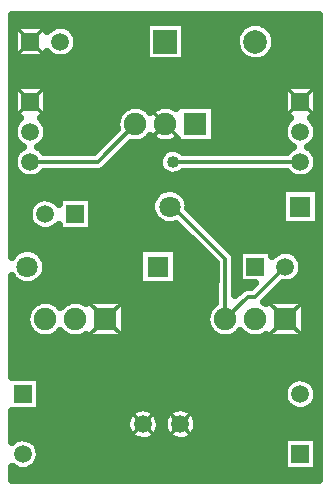
<source format=gbl>
G04 DipTrace 2.3.1.0*
%INlinebot-v2.0.gbl*%
%MOIN*%
%ADD14C,0.013*%
%ADD15C,0.025*%
%ADD16R,0.0709X0.0709*%
%ADD17C,0.0709*%
%ADD18R,0.0591X0.0591*%
%ADD19C,0.0591*%
%ADD20R,0.0748X0.0748*%
%ADD21C,0.0748*%
%ADD22R,0.0787X0.0787*%
%ADD23C,0.0787*%
%ADD24C,0.04*%
%FSLAX44Y44*%
G04*
G70*
G90*
G75*
G01*
%LNBottom*%
%LPD*%
X5900Y9750D2*
D14*
X6000D1*
X7750Y8000D1*
Y6000D1*
X8500Y6750D1*
X8750D1*
X9750Y7750D1*
X1250Y11250D2*
X3500D1*
X4750Y12500D1*
X6000Y11250D2*
X10250D1*
D24*
X6000D3*
X650Y15876D2*
D15*
X5067D1*
X6433D2*
X8520D1*
X8980D2*
X10850D1*
X2687Y15628D2*
X5067D1*
X6433D2*
X8184D1*
X9316D2*
X10850D1*
X2820Y15379D2*
X5067D1*
X6433D2*
X8079D1*
X9421D2*
X10850D1*
X2824Y15130D2*
X5067D1*
X6433D2*
X8079D1*
X9421D2*
X10850D1*
X2699Y14882D2*
X5067D1*
X6433D2*
X8180D1*
X9320D2*
X10850D1*
X650Y14633D2*
X5067D1*
X6433D2*
X8496D1*
X9004D2*
X10850D1*
X650Y14384D2*
X10850D1*
X650Y14135D2*
X10850D1*
X650Y13887D2*
X10850D1*
X1836Y13638D2*
X9664D1*
X1836Y13389D2*
X9664D1*
X1836Y13141D2*
X9664D1*
X1836Y12892D2*
X4219D1*
X7414D2*
X9664D1*
X650Y12643D2*
X825D1*
X1675D2*
X4102D1*
X7414D2*
X9825D1*
X10675D2*
X10850D1*
X1816Y12395D2*
X4094D1*
X7414D2*
X9684D1*
X1824Y12146D2*
X3903D1*
X7414D2*
X9676D1*
X650Y11897D2*
X789D1*
X1711D2*
X3657D1*
X4988D2*
X5512D1*
X5988D2*
X6087D1*
X7414D2*
X9789D1*
X10711D2*
X10850D1*
X650Y11649D2*
X832D1*
X1668D2*
X3407D1*
X4390D2*
X5735D1*
X6265D2*
X9832D1*
X10668D2*
X10850D1*
X4140Y11400D2*
X5536D1*
X3894Y11151D2*
X5520D1*
X650Y10903D2*
X786D1*
X1714D2*
X5664D1*
X6336D2*
X9786D1*
X10714D2*
X10850D1*
X650Y10654D2*
X10850D1*
X650Y10405D2*
X10850D1*
X650Y10156D2*
X5407D1*
X6390D2*
X9606D1*
X650Y9908D2*
X1340D1*
X3336D2*
X5278D1*
X6523D2*
X9606D1*
X650Y9659D2*
X1188D1*
X3336D2*
X5262D1*
X6582D2*
X9606D1*
X650Y9410D2*
X1172D1*
X3336D2*
X5356D1*
X6832D2*
X9606D1*
X650Y9162D2*
X1278D1*
X3336D2*
X5680D1*
X7082D2*
X9606D1*
X650Y8913D2*
X6344D1*
X7328D2*
X10850D1*
X650Y8664D2*
X6594D1*
X7578D2*
X10850D1*
X650Y8416D2*
X6844D1*
X7828D2*
X10850D1*
X1632Y8167D2*
X4856D1*
X6144D2*
X7090D1*
X8058D2*
X8167D1*
X10148D2*
X10850D1*
X1769Y7918D2*
X4856D1*
X6144D2*
X7340D1*
X10308D2*
X10850D1*
X1789Y7670D2*
X4856D1*
X6144D2*
X7395D1*
X10328D2*
X10850D1*
X1699Y7421D2*
X4856D1*
X6144D2*
X7395D1*
X10230D2*
X10850D1*
X650Y7172D2*
X903D1*
X1398D2*
X4856D1*
X6144D2*
X7395D1*
X8105D2*
X8680D1*
X9664D2*
X10850D1*
X650Y6924D2*
X7395D1*
X9414D2*
X10850D1*
X650Y6675D2*
X7395D1*
X9168D2*
X10850D1*
X650Y6426D2*
X1250D1*
X4414D2*
X7250D1*
X10414D2*
X10850D1*
X650Y6177D2*
X1110D1*
X4414D2*
X7110D1*
X10414D2*
X10850D1*
X650Y5929D2*
X1090D1*
X4414D2*
X7090D1*
X10414D2*
X10850D1*
X650Y5680D2*
X1172D1*
X4414D2*
X7172D1*
X10414D2*
X10850D1*
X650Y5431D2*
X1434D1*
X2066D2*
X2434D1*
X4414D2*
X7434D1*
X8066D2*
X8434D1*
X10414D2*
X10850D1*
X650Y5183D2*
X10850D1*
X650Y4934D2*
X10850D1*
X650Y4685D2*
X10850D1*
X650Y4437D2*
X10850D1*
X650Y4188D2*
X10850D1*
X1586Y3939D2*
X9879D1*
X10621D2*
X10850D1*
X1586Y3691D2*
X9700D1*
X1586Y3442D2*
X9668D1*
X1586Y3193D2*
X9758D1*
X10742D2*
X10850D1*
X1586Y2945D2*
X4633D1*
X5367D2*
X5883D1*
X6617D2*
X10153D1*
X10348D2*
X10850D1*
X650Y2696D2*
X4450D1*
X5550D2*
X5700D1*
X6800D2*
X10850D1*
X650Y2447D2*
X4418D1*
X5582D2*
X5668D1*
X6832D2*
X10850D1*
X650Y2198D2*
X4504D1*
X5496D2*
X5754D1*
X6746D2*
X10850D1*
X1359Y1950D2*
X4871D1*
X5132D2*
X6121D1*
X6382D2*
X9664D1*
X1546Y1701D2*
X9664D1*
X1582Y1452D2*
X9664D1*
X1500Y1204D2*
X9664D1*
X650Y955D2*
X844D1*
X1156D2*
X9664D1*
X650Y706D2*
X10850D1*
X9756Y10369D2*
X10869D1*
Y9131D1*
X9631D1*
Y10369D1*
X9756D1*
X6114Y9169D2*
X5997Y9138D1*
X5872Y9131D1*
X5749Y9149D1*
X5632Y9192D1*
X5525Y9257D1*
X5434Y9342D1*
X5361Y9443D1*
X5311Y9558D1*
X5284Y9679D1*
X5283Y9804D1*
X5306Y9927D1*
X5354Y10042D1*
X5423Y10146D1*
X5512Y10233D1*
X5617Y10301D1*
X5733Y10347D1*
X5856Y10368D1*
X5981Y10364D1*
X6102Y10335D1*
X6215Y10283D1*
X6316Y10209D1*
X6399Y10116D1*
X6463Y10008D1*
X6503Y9890D1*
X6519Y9750D1*
X6514Y9700D1*
X7983Y8233D1*
X8053Y8131D1*
X8080Y8000D1*
Y6793D1*
X8267Y6983D1*
X8369Y7053D1*
X8500Y7080D1*
X8613D1*
X8724Y7191D1*
X8190Y7190D1*
Y8310D1*
X9310D1*
Y8095D1*
X9391Y8180D1*
X9495Y8249D1*
X9611Y8293D1*
X9735Y8310D1*
X9859Y8300D1*
X9978Y8262D1*
X10086Y8199D1*
X10177Y8113D1*
X10246Y8010D1*
X10292Y7894D1*
X10310Y7750D1*
X10296Y7626D1*
X10255Y7508D1*
X10189Y7402D1*
X10102Y7314D1*
X9996Y7247D1*
X9879Y7205D1*
X9755Y7190D1*
X9666Y7199D1*
X9036Y6569D1*
X9110Y6526D1*
X9111Y6639D1*
X10389D1*
Y5361D1*
X9111D1*
X9107Y5470D1*
X8997Y5411D1*
X8878Y5374D1*
X8754Y5361D1*
X8629Y5372D1*
X8510Y5408D1*
X8399Y5466D1*
X8302Y5544D1*
X8250Y5607D1*
X8203Y5549D1*
X8107Y5470D1*
X7997Y5411D1*
X7878Y5374D1*
X7754Y5361D1*
X7629Y5372D1*
X7510Y5408D1*
X7399Y5466D1*
X7302Y5544D1*
X7222Y5640D1*
X7162Y5749D1*
X7125Y5868D1*
X7111Y5992D1*
X7122Y6117D1*
X7156Y6237D1*
X7214Y6348D1*
X7292Y6445D1*
X7417Y6543D1*
X7420Y7863D1*
X6116Y9167D1*
X5006Y8369D2*
X6119D1*
Y7131D1*
X4881D1*
Y8369D1*
X5006D1*
X1756Y7626D2*
X1719Y7507D1*
X1659Y7397D1*
X1578Y7303D1*
X1479Y7226D1*
X1368Y7170D1*
X1247Y7138D1*
X1122Y7131D1*
X999Y7149D1*
X882Y7192D1*
X775Y7257D1*
X684Y7342D1*
X623Y7428D1*
X625Y5625D1*
Y4059D1*
X1560Y4060D1*
Y2940D1*
X627D1*
X625Y1918D1*
X745Y1999D1*
X861Y2043D1*
X985Y2060D1*
X1109Y2050D1*
X1228Y2012D1*
X1336Y1949D1*
X1427Y1863D1*
X1496Y1760D1*
X1542Y1644D1*
X1560Y1500D1*
X1546Y1376D1*
X1505Y1258D1*
X1439Y1152D1*
X1352Y1064D1*
X1246Y997D1*
X1129Y955D1*
X1005Y940D1*
X881Y953D1*
X763Y992D1*
X656Y1057D1*
X626Y1087D1*
X625Y625D1*
X10875D1*
Y16125D1*
X625D1*
Y8082D1*
X673Y8146D1*
X762Y8233D1*
X867Y8301D1*
X983Y8347D1*
X1106Y8368D1*
X1231Y8364D1*
X1352Y8335D1*
X1465Y8283D1*
X1566Y8209D1*
X1649Y8116D1*
X1713Y8008D1*
X1753Y7890D1*
X1769Y7750D1*
X1756Y7626D1*
X715Y15810D2*
X1810D1*
Y15597D1*
X1891Y15680D1*
X1995Y15749D1*
X2111Y15793D1*
X2235Y15810D1*
X2359Y15800D1*
X2478Y15762D1*
X2586Y15699D1*
X2677Y15613D1*
X2746Y15510D1*
X2792Y15394D1*
X2810Y15250D1*
X2796Y15126D1*
X2755Y15008D1*
X2689Y14902D1*
X2602Y14814D1*
X2496Y14747D1*
X2379Y14705D1*
X2255Y14690D1*
X2131Y14703D1*
X2013Y14742D1*
X1906Y14807D1*
X1811Y14904D1*
X1810Y14690D1*
X690D1*
Y15810D1*
X715D1*
X9715Y13810D2*
X10810D1*
Y12690D1*
X10597D1*
X10677Y12613D1*
X10746Y12510D1*
X10792Y12394D1*
X10810Y12250D1*
X10796Y12126D1*
X10755Y12008D1*
X10689Y11902D1*
X10602Y11814D1*
X10500Y11749D1*
X10586Y11699D1*
X10677Y11613D1*
X10746Y11510D1*
X10792Y11394D1*
X10810Y11250D1*
X10796Y11126D1*
X10755Y11008D1*
X10689Y10902D1*
X10602Y10814D1*
X10496Y10747D1*
X10379Y10705D1*
X10255Y10690D1*
X10131Y10703D1*
X10013Y10742D1*
X9906Y10807D1*
X9802Y10917D1*
X8625Y10920D1*
X6322Y10914D1*
X6221Y10841D1*
X6105Y10797D1*
X5980Y10785D1*
X5858Y10807D1*
X5745Y10861D1*
X5651Y10943D1*
X5582Y11046D1*
X5543Y11165D1*
X5537Y11289D1*
X5564Y11411D1*
X5622Y11521D1*
X5708Y11612D1*
X5814Y11676D1*
X5934Y11710D1*
X6059Y11711D1*
X6179Y11679D1*
X6287Y11616D1*
X6322Y11580D1*
X9801D1*
X9891Y11680D1*
X9998Y11750D1*
X9906Y11807D1*
X9817Y11894D1*
X9749Y11999D1*
X9706Y12116D1*
X9690Y12240D1*
X9701Y12364D1*
X9740Y12483D1*
X9804Y12590D1*
X9907Y12691D1*
X9690Y12690D1*
Y13810D1*
X9715D1*
X715D2*
X1810D1*
Y12690D1*
X1597D1*
X1677Y12613D1*
X1746Y12510D1*
X1792Y12394D1*
X1810Y12250D1*
X1796Y12126D1*
X1755Y12008D1*
X1689Y11902D1*
X1602Y11814D1*
X1500Y11749D1*
X1586Y11699D1*
X1677Y11613D1*
X1700Y11578D1*
X3363Y11580D1*
X4131Y12348D1*
X4111Y12492D1*
X4122Y12617D1*
X4156Y12737D1*
X4214Y12848D1*
X4292Y12945D1*
X4387Y13026D1*
X4496Y13086D1*
X4615Y13125D1*
X4739Y13139D1*
X4863Y13129D1*
X4983Y13095D1*
X5094Y13038D1*
X5192Y12961D1*
X5251Y12893D1*
X5292Y12945D1*
X5387Y13026D1*
X5496Y13086D1*
X5615Y13125D1*
X5739Y13139D1*
X5863Y13129D1*
X5983Y13095D1*
X6094Y13038D1*
X6111Y13027D1*
Y13139D1*
X7389D1*
Y11861D1*
X6111D1*
X6107Y11970D1*
X5997Y11911D1*
X5878Y11874D1*
X5754Y11861D1*
X5629Y11872D1*
X5510Y11908D1*
X5399Y11966D1*
X5302Y12044D1*
X5249Y12103D1*
X5203Y12049D1*
X5107Y11970D1*
X4997Y11911D1*
X4878Y11874D1*
X4754Y11861D1*
X4596Y11882D1*
X3733Y11017D1*
X3631Y10947D1*
X3500Y10920D1*
X1699D1*
X1602Y10814D1*
X1496Y10747D1*
X1379Y10705D1*
X1255Y10690D1*
X1131Y10703D1*
X1013Y10742D1*
X906Y10807D1*
X817Y10894D1*
X749Y10999D1*
X706Y11116D1*
X690Y11240D1*
X701Y11364D1*
X740Y11483D1*
X804Y11590D1*
X891Y11680D1*
X998Y11750D1*
X906Y11807D1*
X817Y11894D1*
X749Y11999D1*
X706Y12116D1*
X690Y12240D1*
X701Y12364D1*
X740Y12483D1*
X804Y12590D1*
X907Y12691D1*
X690Y12690D1*
Y13810D1*
X715D1*
X2315Y10060D2*
X3310D1*
Y8940D1*
X2190D1*
X2189Y9152D1*
X2102Y9064D1*
X1996Y8997D1*
X1879Y8955D1*
X1755Y8940D1*
X1631Y8953D1*
X1513Y8992D1*
X1406Y9057D1*
X1317Y9144D1*
X1249Y9249D1*
X1206Y9366D1*
X1190Y9490D1*
X1201Y9614D1*
X1240Y9733D1*
X1304Y9840D1*
X1391Y9930D1*
X1495Y9999D1*
X1611Y10043D1*
X1735Y10060D1*
X1859Y10050D1*
X1978Y10012D1*
X2086Y9949D1*
X2192Y9841D1*
X2190Y10060D1*
X2315D1*
X3136Y6639D2*
X4389D1*
Y5361D1*
X3111D1*
X3107Y5470D1*
X2997Y5411D1*
X2878Y5374D1*
X2754Y5361D1*
X2629Y5372D1*
X2510Y5408D1*
X2399Y5466D1*
X2302Y5544D1*
X2250Y5607D1*
X2203Y5549D1*
X2107Y5470D1*
X1997Y5411D1*
X1878Y5374D1*
X1754Y5361D1*
X1629Y5372D1*
X1510Y5408D1*
X1399Y5466D1*
X1302Y5544D1*
X1222Y5640D1*
X1162Y5749D1*
X1125Y5868D1*
X1111Y5992D1*
X1122Y6117D1*
X1156Y6237D1*
X1214Y6348D1*
X1292Y6445D1*
X1387Y6526D1*
X1496Y6586D1*
X1615Y6625D1*
X1739Y6639D1*
X1863Y6629D1*
X1983Y6595D1*
X2094Y6538D1*
X2192Y6461D1*
X2251Y6393D1*
X2292Y6445D1*
X2387Y6526D1*
X2496Y6586D1*
X2615Y6625D1*
X2739Y6639D1*
X2863Y6629D1*
X2983Y6595D1*
X3110Y6526D1*
X3111Y6639D1*
X3136D1*
X9815Y2060D2*
X10810D1*
Y940D1*
X9690D1*
Y2060D1*
X9815D1*
X6810Y2475D2*
X6790Y2352D1*
X6744Y2236D1*
X6673Y2133D1*
X6582Y2049D1*
X6474Y1986D1*
X6354Y1950D1*
X6230Y1940D1*
X6107Y1958D1*
X5990Y2003D1*
X5887Y2073D1*
X5802Y2164D1*
X5738Y2272D1*
X5701Y2391D1*
X5690Y2515D1*
X5707Y2638D1*
X5751Y2755D1*
X5820Y2859D1*
X5910Y2945D1*
X6017Y3010D1*
X6136Y3048D1*
X6260Y3060D1*
X6383Y3044D1*
X6501Y3001D1*
X6605Y2933D1*
X6692Y2844D1*
X6757Y2738D1*
X6797Y2619D1*
X6810Y2500D1*
Y2475D1*
X10796Y3376D2*
X10755Y3258D1*
X10689Y3152D1*
X10602Y3064D1*
X10496Y2997D1*
X10379Y2955D1*
X10255Y2940D1*
X10131Y2953D1*
X10013Y2992D1*
X9906Y3057D1*
X9817Y3144D1*
X9749Y3249D1*
X9706Y3366D1*
X9690Y3490D1*
X9701Y3614D1*
X9740Y3733D1*
X9804Y3840D1*
X9891Y3930D1*
X9995Y3999D1*
X10111Y4043D1*
X10235Y4060D1*
X10359Y4050D1*
X10478Y4012D1*
X10586Y3949D1*
X10677Y3863D1*
X10746Y3760D1*
X10792Y3644D1*
X10810Y3500D1*
X10796Y3376D1*
X5560Y2475D2*
X5540Y2352D1*
X5494Y2236D1*
X5423Y2133D1*
X5332Y2049D1*
X5224Y1986D1*
X5104Y1950D1*
X4980Y1940D1*
X4857Y1958D1*
X4740Y2003D1*
X4637Y2073D1*
X4552Y2164D1*
X4488Y2272D1*
X4451Y2391D1*
X4440Y2515D1*
X4457Y2638D1*
X4501Y2755D1*
X4570Y2859D1*
X4660Y2945D1*
X4767Y3010D1*
X4886Y3048D1*
X5010Y3060D1*
X5133Y3044D1*
X5251Y3001D1*
X5355Y2933D1*
X5442Y2844D1*
X5507Y2738D1*
X5547Y2619D1*
X5560Y2500D1*
Y2475D1*
X5216Y15909D2*
X6409D1*
Y14591D1*
X5091D1*
Y15909D1*
X5216D1*
X9397Y15126D2*
X9362Y15006D1*
X9305Y14895D1*
X9228Y14797D1*
X9134Y14715D1*
X9026Y14652D1*
X8908Y14611D1*
X8785Y14592D1*
X8660Y14597D1*
X8539Y14626D1*
X8425Y14677D1*
X8322Y14749D1*
X8236Y14839D1*
X8167Y14943D1*
X8120Y15058D1*
X8095Y15181D1*
X8094Y15306D1*
X8116Y15428D1*
X8161Y15545D1*
X8227Y15651D1*
X8312Y15742D1*
X8413Y15816D1*
X8526Y15869D1*
X8646Y15900D1*
X8771Y15908D1*
X8895Y15893D1*
X9013Y15854D1*
X9123Y15793D1*
X9218Y15713D1*
X9297Y15617D1*
X9357Y15507D1*
X9394Y15388D1*
X9409Y15250D1*
X9397Y15126D1*
X690Y15810D2*
D14*
X1810Y14690D1*
Y15810D2*
X690Y14690D1*
X9690Y13810D2*
X10810Y12690D1*
Y13810D2*
X9690Y12690D1*
X690Y13810D2*
X1810Y12690D1*
Y13810D2*
X690Y12690D1*
X9111Y6639D2*
X10389Y5361D1*
Y6639D2*
X9111Y5361D1*
X3111Y6639D2*
X4389Y5361D1*
Y6639D2*
X3111Y5361D1*
X5854Y2896D2*
X6646Y2104D1*
Y2896D2*
X5854Y2104D1*
X4604Y2896D2*
X5396Y2104D1*
Y2896D2*
X4604Y2104D1*
X5298Y12952D2*
X6202Y12048D1*
X5750Y12500D2*
X5298Y12048D1*
D16*
X10250Y9750D3*
D17*
X5900D3*
D16*
X5500Y7750D3*
D17*
X1150D3*
D18*
X1250Y15250D3*
D19*
X2250D3*
D18*
X10250Y13250D3*
D19*
Y12250D3*
Y11250D3*
D18*
X1250Y13250D3*
D19*
Y12250D3*
Y11250D3*
D18*
X8750Y7750D3*
D19*
X9750D3*
D18*
X2750Y9500D3*
D19*
X1750D3*
D20*
X9750Y6000D3*
D21*
X8750D3*
X7750D3*
D20*
X3750D3*
D21*
X2750D3*
X1750D3*
D18*
X10250Y1500D3*
D19*
X6250Y2500D3*
X10250Y3500D3*
D18*
X1000D3*
D19*
X5000Y2500D3*
X1000Y1500D3*
D22*
X5750Y15250D3*
D23*
X8750D3*
D20*
X6750Y12500D3*
D21*
X5750D3*
X4750D3*
M02*

</source>
